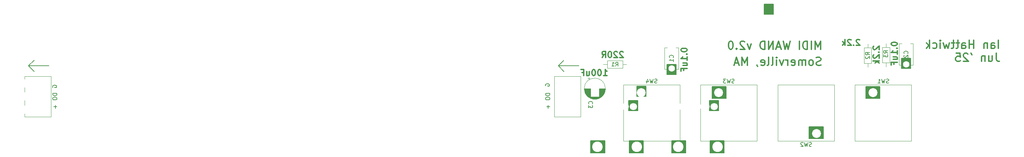
<source format=gbo>
G04 #@! TF.GenerationSoftware,KiCad,Pcbnew,8.0.7*
G04 #@! TF.CreationDate,2025-07-02T14:54:47-04:00*
G04 #@! TF.ProjectId,Sum25_Wand_v2,53756d32-355f-4576-916e-645f76322e6b,rev?*
G04 #@! TF.SameCoordinates,Original*
G04 #@! TF.FileFunction,Legend,Bot*
G04 #@! TF.FilePolarity,Positive*
%FSLAX46Y46*%
G04 Gerber Fmt 4.6, Leading zero omitted, Abs format (unit mm)*
G04 Created by KiCad (PCBNEW 8.0.7) date 2025-07-02 14:54:47*
%MOMM*%
%LPD*%
G01*
G04 APERTURE LIST*
%ADD10C,0.200000*%
%ADD11C,0.300000*%
%ADD12C,0.150000*%
%ADD13C,0.120000*%
%ADD14C,1.400000*%
%ADD15O,1.400000X1.400000*%
%ADD16C,1.800000*%
%ADD17C,2.600000*%
%ADD18C,3.200000*%
%ADD19R,1.700000X1.700000*%
%ADD20O,1.700000X1.700000*%
%ADD21C,1.600000*%
%ADD22R,1.600000X1.600000*%
%ADD23R,6.000000X2.000000*%
%ADD24C,4.000000*%
%ADD25C,2.200000*%
G04 APERTURE END LIST*
D10*
X204853000Y-101000000D02*
X207147000Y-101000000D01*
X207147000Y-103540000D01*
X204853000Y-103540000D01*
X204853000Y-101000000D01*
G36*
X204853000Y-101000000D02*
G01*
X207147000Y-101000000D01*
X207147000Y-103540000D01*
X204853000Y-103540000D01*
X204853000Y-101000000D01*
G37*
X252353000Y-90500000D02*
X254647000Y-90500000D01*
X254647000Y-93040000D01*
X252353000Y-93040000D01*
X252353000Y-90500000D01*
G36*
X252353000Y-90500000D02*
G01*
X254647000Y-90500000D01*
X254647000Y-93040000D01*
X252353000Y-93040000D01*
X252353000Y-90500000D01*
G37*
X194353000Y-92000000D02*
X196647000Y-92000000D01*
X196647000Y-94540000D01*
X194353000Y-94540000D01*
X194353000Y-92000000D01*
G36*
X194353000Y-92000000D02*
G01*
X196647000Y-92000000D01*
X196647000Y-94540000D01*
X194353000Y-94540000D01*
X194353000Y-92000000D01*
G37*
X175500000Y-111000000D02*
X179000000Y-111000000D01*
X179000000Y-114000000D01*
X175500000Y-114000000D01*
X175500000Y-111000000D01*
G36*
X175500000Y-111000000D02*
G01*
X179000000Y-111000000D01*
X179000000Y-114000000D01*
X175500000Y-114000000D01*
X175500000Y-111000000D01*
G37*
X185000000Y-111000000D02*
X188500000Y-111000000D01*
X188500000Y-114000000D01*
X185000000Y-114000000D01*
X185000000Y-111000000D01*
G36*
X185000000Y-111000000D02*
G01*
X188500000Y-111000000D01*
X188500000Y-114000000D01*
X185000000Y-114000000D01*
X185000000Y-111000000D01*
G37*
X195500000Y-111000000D02*
X199000000Y-111000000D01*
X199000000Y-114000000D01*
X195500000Y-114000000D01*
X195500000Y-111000000D01*
G36*
X195500000Y-111000000D02*
G01*
X199000000Y-111000000D01*
X199000000Y-114000000D01*
X195500000Y-114000000D01*
X195500000Y-111000000D01*
G37*
X205000000Y-111000000D02*
X208500000Y-111000000D01*
X208500000Y-114000000D01*
X205000000Y-114000000D01*
X205000000Y-111000000D01*
G36*
X205000000Y-111000000D02*
G01*
X208500000Y-111000000D01*
X208500000Y-114000000D01*
X205000000Y-114000000D01*
X205000000Y-111000000D01*
G37*
X243500000Y-97500000D02*
X247000000Y-97500000D01*
X247000000Y-100500000D01*
X243500000Y-100500000D01*
X243500000Y-97500000D01*
G36*
X243500000Y-97500000D02*
G01*
X247000000Y-97500000D01*
X247000000Y-100500000D01*
X243500000Y-100500000D01*
X243500000Y-97500000D01*
G37*
X229500000Y-107500000D02*
X233000000Y-107500000D01*
X233000000Y-110500000D01*
X229500000Y-110500000D01*
X229500000Y-107500000D01*
G36*
X229500000Y-107500000D02*
G01*
X233000000Y-107500000D01*
X233000000Y-110500000D01*
X229500000Y-110500000D01*
X229500000Y-107500000D01*
G37*
X205500000Y-97500000D02*
X209000000Y-97500000D01*
X209000000Y-100500000D01*
X205500000Y-100500000D01*
X205500000Y-97500000D01*
G36*
X205500000Y-97500000D02*
G01*
X209000000Y-97500000D01*
X209000000Y-100500000D01*
X205500000Y-100500000D01*
X205500000Y-97500000D01*
G37*
D11*
X178659774Y-94800828D02*
X179516917Y-94800828D01*
X179088346Y-94800828D02*
X179088346Y-93300828D01*
X179088346Y-93300828D02*
X179231203Y-93515114D01*
X179231203Y-93515114D02*
X179374060Y-93657971D01*
X179374060Y-93657971D02*
X179516917Y-93729400D01*
X177731203Y-93300828D02*
X177588346Y-93300828D01*
X177588346Y-93300828D02*
X177445489Y-93372257D01*
X177445489Y-93372257D02*
X177374061Y-93443685D01*
X177374061Y-93443685D02*
X177302632Y-93586542D01*
X177302632Y-93586542D02*
X177231203Y-93872257D01*
X177231203Y-93872257D02*
X177231203Y-94229400D01*
X177231203Y-94229400D02*
X177302632Y-94515114D01*
X177302632Y-94515114D02*
X177374061Y-94657971D01*
X177374061Y-94657971D02*
X177445489Y-94729400D01*
X177445489Y-94729400D02*
X177588346Y-94800828D01*
X177588346Y-94800828D02*
X177731203Y-94800828D01*
X177731203Y-94800828D02*
X177874061Y-94729400D01*
X177874061Y-94729400D02*
X177945489Y-94657971D01*
X177945489Y-94657971D02*
X178016918Y-94515114D01*
X178016918Y-94515114D02*
X178088346Y-94229400D01*
X178088346Y-94229400D02*
X178088346Y-93872257D01*
X178088346Y-93872257D02*
X178016918Y-93586542D01*
X178016918Y-93586542D02*
X177945489Y-93443685D01*
X177945489Y-93443685D02*
X177874061Y-93372257D01*
X177874061Y-93372257D02*
X177731203Y-93300828D01*
X176302632Y-93300828D02*
X176159775Y-93300828D01*
X176159775Y-93300828D02*
X176016918Y-93372257D01*
X176016918Y-93372257D02*
X175945490Y-93443685D01*
X175945490Y-93443685D02*
X175874061Y-93586542D01*
X175874061Y-93586542D02*
X175802632Y-93872257D01*
X175802632Y-93872257D02*
X175802632Y-94229400D01*
X175802632Y-94229400D02*
X175874061Y-94515114D01*
X175874061Y-94515114D02*
X175945490Y-94657971D01*
X175945490Y-94657971D02*
X176016918Y-94729400D01*
X176016918Y-94729400D02*
X176159775Y-94800828D01*
X176159775Y-94800828D02*
X176302632Y-94800828D01*
X176302632Y-94800828D02*
X176445490Y-94729400D01*
X176445490Y-94729400D02*
X176516918Y-94657971D01*
X176516918Y-94657971D02*
X176588347Y-94515114D01*
X176588347Y-94515114D02*
X176659775Y-94229400D01*
X176659775Y-94229400D02*
X176659775Y-93872257D01*
X176659775Y-93872257D02*
X176588347Y-93586542D01*
X176588347Y-93586542D02*
X176516918Y-93443685D01*
X176516918Y-93443685D02*
X176445490Y-93372257D01*
X176445490Y-93372257D02*
X176302632Y-93300828D01*
X174516919Y-93800828D02*
X174516919Y-94800828D01*
X175159776Y-93800828D02*
X175159776Y-94586542D01*
X175159776Y-94586542D02*
X175088347Y-94729400D01*
X175088347Y-94729400D02*
X174945490Y-94800828D01*
X174945490Y-94800828D02*
X174731204Y-94800828D01*
X174731204Y-94800828D02*
X174588347Y-94729400D01*
X174588347Y-94729400D02*
X174516919Y-94657971D01*
X173302633Y-94015114D02*
X173802633Y-94015114D01*
X173802633Y-94800828D02*
X173802633Y-93300828D01*
X173802633Y-93300828D02*
X173088347Y-93300828D01*
X242016917Y-85943685D02*
X241945489Y-85872257D01*
X241945489Y-85872257D02*
X241802632Y-85800828D01*
X241802632Y-85800828D02*
X241445489Y-85800828D01*
X241445489Y-85800828D02*
X241302632Y-85872257D01*
X241302632Y-85872257D02*
X241231203Y-85943685D01*
X241231203Y-85943685D02*
X241159774Y-86086542D01*
X241159774Y-86086542D02*
X241159774Y-86229400D01*
X241159774Y-86229400D02*
X241231203Y-86443685D01*
X241231203Y-86443685D02*
X242088346Y-87300828D01*
X242088346Y-87300828D02*
X241159774Y-87300828D01*
X240516918Y-87157971D02*
X240445489Y-87229400D01*
X240445489Y-87229400D02*
X240516918Y-87300828D01*
X240516918Y-87300828D02*
X240588346Y-87229400D01*
X240588346Y-87229400D02*
X240516918Y-87157971D01*
X240516918Y-87157971D02*
X240516918Y-87300828D01*
X239874060Y-85943685D02*
X239802632Y-85872257D01*
X239802632Y-85872257D02*
X239659775Y-85800828D01*
X239659775Y-85800828D02*
X239302632Y-85800828D01*
X239302632Y-85800828D02*
X239159775Y-85872257D01*
X239159775Y-85872257D02*
X239088346Y-85943685D01*
X239088346Y-85943685D02*
X239016917Y-86086542D01*
X239016917Y-86086542D02*
X239016917Y-86229400D01*
X239016917Y-86229400D02*
X239088346Y-86443685D01*
X239088346Y-86443685D02*
X239945489Y-87300828D01*
X239945489Y-87300828D02*
X239016917Y-87300828D01*
X238374061Y-87300828D02*
X238374061Y-85800828D01*
X238231204Y-86729400D02*
X237802632Y-87300828D01*
X237802632Y-86300828D02*
X238374061Y-86872257D01*
X245443685Y-87483082D02*
X245372257Y-87554510D01*
X245372257Y-87554510D02*
X245300828Y-87697368D01*
X245300828Y-87697368D02*
X245300828Y-88054510D01*
X245300828Y-88054510D02*
X245372257Y-88197368D01*
X245372257Y-88197368D02*
X245443685Y-88268796D01*
X245443685Y-88268796D02*
X245586542Y-88340225D01*
X245586542Y-88340225D02*
X245729400Y-88340225D01*
X245729400Y-88340225D02*
X245943685Y-88268796D01*
X245943685Y-88268796D02*
X246800828Y-87411653D01*
X246800828Y-87411653D02*
X246800828Y-88340225D01*
X246657971Y-88983081D02*
X246729400Y-89054510D01*
X246729400Y-89054510D02*
X246800828Y-88983081D01*
X246800828Y-88983081D02*
X246729400Y-88911653D01*
X246729400Y-88911653D02*
X246657971Y-88983081D01*
X246657971Y-88983081D02*
X246800828Y-88983081D01*
X245443685Y-89625939D02*
X245372257Y-89697367D01*
X245372257Y-89697367D02*
X245300828Y-89840225D01*
X245300828Y-89840225D02*
X245300828Y-90197367D01*
X245300828Y-90197367D02*
X245372257Y-90340225D01*
X245372257Y-90340225D02*
X245443685Y-90411653D01*
X245443685Y-90411653D02*
X245586542Y-90483082D01*
X245586542Y-90483082D02*
X245729400Y-90483082D01*
X245729400Y-90483082D02*
X245943685Y-90411653D01*
X245943685Y-90411653D02*
X246800828Y-89554510D01*
X246800828Y-89554510D02*
X246800828Y-90483082D01*
X246800828Y-91125938D02*
X245300828Y-91125938D01*
X246229400Y-91268796D02*
X246800828Y-91697367D01*
X245800828Y-91697367D02*
X246372257Y-91125938D01*
X249800828Y-86840225D02*
X249800828Y-86983082D01*
X249800828Y-86983082D02*
X249872257Y-87125939D01*
X249872257Y-87125939D02*
X249943685Y-87197368D01*
X249943685Y-87197368D02*
X250086542Y-87268796D01*
X250086542Y-87268796D02*
X250372257Y-87340225D01*
X250372257Y-87340225D02*
X250729400Y-87340225D01*
X250729400Y-87340225D02*
X251015114Y-87268796D01*
X251015114Y-87268796D02*
X251157971Y-87197368D01*
X251157971Y-87197368D02*
X251229400Y-87125939D01*
X251229400Y-87125939D02*
X251300828Y-86983082D01*
X251300828Y-86983082D02*
X251300828Y-86840225D01*
X251300828Y-86840225D02*
X251229400Y-86697368D01*
X251229400Y-86697368D02*
X251157971Y-86625939D01*
X251157971Y-86625939D02*
X251015114Y-86554510D01*
X251015114Y-86554510D02*
X250729400Y-86483082D01*
X250729400Y-86483082D02*
X250372257Y-86483082D01*
X250372257Y-86483082D02*
X250086542Y-86554510D01*
X250086542Y-86554510D02*
X249943685Y-86625939D01*
X249943685Y-86625939D02*
X249872257Y-86697368D01*
X249872257Y-86697368D02*
X249800828Y-86840225D01*
X251157971Y-87983081D02*
X251229400Y-88054510D01*
X251229400Y-88054510D02*
X251300828Y-87983081D01*
X251300828Y-87983081D02*
X251229400Y-87911653D01*
X251229400Y-87911653D02*
X251157971Y-87983081D01*
X251157971Y-87983081D02*
X251300828Y-87983081D01*
X251300828Y-89483082D02*
X251300828Y-88625939D01*
X251300828Y-89054510D02*
X249800828Y-89054510D01*
X249800828Y-89054510D02*
X250015114Y-88911653D01*
X250015114Y-88911653D02*
X250157971Y-88768796D01*
X250157971Y-88768796D02*
X250229400Y-88625939D01*
X250300828Y-90768796D02*
X251300828Y-90768796D01*
X250300828Y-90125938D02*
X251086542Y-90125938D01*
X251086542Y-90125938D02*
X251229400Y-90197367D01*
X251229400Y-90197367D02*
X251300828Y-90340224D01*
X251300828Y-90340224D02*
X251300828Y-90554510D01*
X251300828Y-90554510D02*
X251229400Y-90697367D01*
X251229400Y-90697367D02*
X251157971Y-90768796D01*
X250515114Y-91983081D02*
X250515114Y-91483081D01*
X251300828Y-91483081D02*
X249800828Y-91483081D01*
X249800828Y-91483081D02*
X249800828Y-92197367D01*
X197800828Y-88340225D02*
X197800828Y-88483082D01*
X197800828Y-88483082D02*
X197872257Y-88625939D01*
X197872257Y-88625939D02*
X197943685Y-88697368D01*
X197943685Y-88697368D02*
X198086542Y-88768796D01*
X198086542Y-88768796D02*
X198372257Y-88840225D01*
X198372257Y-88840225D02*
X198729400Y-88840225D01*
X198729400Y-88840225D02*
X199015114Y-88768796D01*
X199015114Y-88768796D02*
X199157971Y-88697368D01*
X199157971Y-88697368D02*
X199229400Y-88625939D01*
X199229400Y-88625939D02*
X199300828Y-88483082D01*
X199300828Y-88483082D02*
X199300828Y-88340225D01*
X199300828Y-88340225D02*
X199229400Y-88197368D01*
X199229400Y-88197368D02*
X199157971Y-88125939D01*
X199157971Y-88125939D02*
X199015114Y-88054510D01*
X199015114Y-88054510D02*
X198729400Y-87983082D01*
X198729400Y-87983082D02*
X198372257Y-87983082D01*
X198372257Y-87983082D02*
X198086542Y-88054510D01*
X198086542Y-88054510D02*
X197943685Y-88125939D01*
X197943685Y-88125939D02*
X197872257Y-88197368D01*
X197872257Y-88197368D02*
X197800828Y-88340225D01*
X199157971Y-89483081D02*
X199229400Y-89554510D01*
X199229400Y-89554510D02*
X199300828Y-89483081D01*
X199300828Y-89483081D02*
X199229400Y-89411653D01*
X199229400Y-89411653D02*
X199157971Y-89483081D01*
X199157971Y-89483081D02*
X199300828Y-89483081D01*
X199300828Y-90983082D02*
X199300828Y-90125939D01*
X199300828Y-90554510D02*
X197800828Y-90554510D01*
X197800828Y-90554510D02*
X198015114Y-90411653D01*
X198015114Y-90411653D02*
X198157971Y-90268796D01*
X198157971Y-90268796D02*
X198229400Y-90125939D01*
X198300828Y-92268796D02*
X199300828Y-92268796D01*
X198300828Y-91625938D02*
X199086542Y-91625938D01*
X199086542Y-91625938D02*
X199229400Y-91697367D01*
X199229400Y-91697367D02*
X199300828Y-91840224D01*
X199300828Y-91840224D02*
X199300828Y-92054510D01*
X199300828Y-92054510D02*
X199229400Y-92197367D01*
X199229400Y-92197367D02*
X199157971Y-92268796D01*
X198515114Y-93483081D02*
X198515114Y-92983081D01*
X199300828Y-92983081D02*
X197800828Y-92983081D01*
X197800828Y-92983081D02*
X197800828Y-93697367D01*
X183516917Y-88943685D02*
X183445489Y-88872257D01*
X183445489Y-88872257D02*
X183302632Y-88800828D01*
X183302632Y-88800828D02*
X182945489Y-88800828D01*
X182945489Y-88800828D02*
X182802632Y-88872257D01*
X182802632Y-88872257D02*
X182731203Y-88943685D01*
X182731203Y-88943685D02*
X182659774Y-89086542D01*
X182659774Y-89086542D02*
X182659774Y-89229400D01*
X182659774Y-89229400D02*
X182731203Y-89443685D01*
X182731203Y-89443685D02*
X183588346Y-90300828D01*
X183588346Y-90300828D02*
X182659774Y-90300828D01*
X182088346Y-88943685D02*
X182016918Y-88872257D01*
X182016918Y-88872257D02*
X181874061Y-88800828D01*
X181874061Y-88800828D02*
X181516918Y-88800828D01*
X181516918Y-88800828D02*
X181374061Y-88872257D01*
X181374061Y-88872257D02*
X181302632Y-88943685D01*
X181302632Y-88943685D02*
X181231203Y-89086542D01*
X181231203Y-89086542D02*
X181231203Y-89229400D01*
X181231203Y-89229400D02*
X181302632Y-89443685D01*
X181302632Y-89443685D02*
X182159775Y-90300828D01*
X182159775Y-90300828D02*
X181231203Y-90300828D01*
X180302632Y-88800828D02*
X180159775Y-88800828D01*
X180159775Y-88800828D02*
X180016918Y-88872257D01*
X180016918Y-88872257D02*
X179945490Y-88943685D01*
X179945490Y-88943685D02*
X179874061Y-89086542D01*
X179874061Y-89086542D02*
X179802632Y-89372257D01*
X179802632Y-89372257D02*
X179802632Y-89729400D01*
X179802632Y-89729400D02*
X179874061Y-90015114D01*
X179874061Y-90015114D02*
X179945490Y-90157971D01*
X179945490Y-90157971D02*
X180016918Y-90229400D01*
X180016918Y-90229400D02*
X180159775Y-90300828D01*
X180159775Y-90300828D02*
X180302632Y-90300828D01*
X180302632Y-90300828D02*
X180445490Y-90229400D01*
X180445490Y-90229400D02*
X180516918Y-90157971D01*
X180516918Y-90157971D02*
X180588347Y-90015114D01*
X180588347Y-90015114D02*
X180659775Y-89729400D01*
X180659775Y-89729400D02*
X180659775Y-89372257D01*
X180659775Y-89372257D02*
X180588347Y-89086542D01*
X180588347Y-89086542D02*
X180516918Y-88943685D01*
X180516918Y-88943685D02*
X180445490Y-88872257D01*
X180445490Y-88872257D02*
X180302632Y-88800828D01*
X178302633Y-90300828D02*
X178802633Y-89586542D01*
X179159776Y-90300828D02*
X179159776Y-88800828D01*
X179159776Y-88800828D02*
X178588347Y-88800828D01*
X178588347Y-88800828D02*
X178445490Y-88872257D01*
X178445490Y-88872257D02*
X178374061Y-88943685D01*
X178374061Y-88943685D02*
X178302633Y-89086542D01*
X178302633Y-89086542D02*
X178302633Y-89300828D01*
X178302633Y-89300828D02*
X178374061Y-89443685D01*
X178374061Y-89443685D02*
X178445490Y-89515114D01*
X178445490Y-89515114D02*
X178588347Y-89586542D01*
X178588347Y-89586542D02*
X179159776Y-89586542D01*
D10*
X184853000Y-101000000D02*
X187147000Y-101000000D01*
X187147000Y-103540000D01*
X184853000Y-103540000D01*
X184853000Y-101000000D01*
G36*
X184853000Y-101000000D02*
G01*
X187147000Y-101000000D01*
X187147000Y-103540000D01*
X184853000Y-103540000D01*
X184853000Y-101000000D01*
G37*
X218353000Y-77000000D02*
X220647000Y-77000000D01*
X220647000Y-79540000D01*
X218353000Y-79540000D01*
X218353000Y-77000000D01*
G36*
X218353000Y-77000000D02*
G01*
X220647000Y-77000000D01*
X220647000Y-79540000D01*
X218353000Y-79540000D01*
X218353000Y-77000000D01*
G37*
X186853000Y-97460000D02*
X189147000Y-97460000D01*
X189147000Y-100000000D01*
X186853000Y-100000000D01*
X186853000Y-97460000D01*
G36*
X186853000Y-97460000D02*
G01*
X189147000Y-97460000D01*
X189147000Y-100000000D01*
X186853000Y-100000000D01*
X186853000Y-97460000D01*
G37*
D11*
X276326441Y-88019750D02*
X276326441Y-86019750D01*
X274516917Y-88019750D02*
X274516917Y-86972131D01*
X274516917Y-86972131D02*
X274612155Y-86781654D01*
X274612155Y-86781654D02*
X274802631Y-86686416D01*
X274802631Y-86686416D02*
X275183584Y-86686416D01*
X275183584Y-86686416D02*
X275374060Y-86781654D01*
X274516917Y-87924512D02*
X274707393Y-88019750D01*
X274707393Y-88019750D02*
X275183584Y-88019750D01*
X275183584Y-88019750D02*
X275374060Y-87924512D01*
X275374060Y-87924512D02*
X275469298Y-87734035D01*
X275469298Y-87734035D02*
X275469298Y-87543559D01*
X275469298Y-87543559D02*
X275374060Y-87353083D01*
X275374060Y-87353083D02*
X275183584Y-87257845D01*
X275183584Y-87257845D02*
X274707393Y-87257845D01*
X274707393Y-87257845D02*
X274516917Y-87162607D01*
X273564536Y-86686416D02*
X273564536Y-88019750D01*
X273564536Y-86876892D02*
X273469298Y-86781654D01*
X273469298Y-86781654D02*
X273278822Y-86686416D01*
X273278822Y-86686416D02*
X272993107Y-86686416D01*
X272993107Y-86686416D02*
X272802631Y-86781654D01*
X272802631Y-86781654D02*
X272707393Y-86972131D01*
X272707393Y-86972131D02*
X272707393Y-88019750D01*
X270231202Y-88019750D02*
X270231202Y-86019750D01*
X270231202Y-86972131D02*
X269088345Y-86972131D01*
X269088345Y-88019750D02*
X269088345Y-86019750D01*
X267278821Y-88019750D02*
X267278821Y-86972131D01*
X267278821Y-86972131D02*
X267374059Y-86781654D01*
X267374059Y-86781654D02*
X267564535Y-86686416D01*
X267564535Y-86686416D02*
X267945488Y-86686416D01*
X267945488Y-86686416D02*
X268135964Y-86781654D01*
X267278821Y-87924512D02*
X267469297Y-88019750D01*
X267469297Y-88019750D02*
X267945488Y-88019750D01*
X267945488Y-88019750D02*
X268135964Y-87924512D01*
X268135964Y-87924512D02*
X268231202Y-87734035D01*
X268231202Y-87734035D02*
X268231202Y-87543559D01*
X268231202Y-87543559D02*
X268135964Y-87353083D01*
X268135964Y-87353083D02*
X267945488Y-87257845D01*
X267945488Y-87257845D02*
X267469297Y-87257845D01*
X267469297Y-87257845D02*
X267278821Y-87162607D01*
X266612154Y-86686416D02*
X265850250Y-86686416D01*
X266326440Y-86019750D02*
X266326440Y-87734035D01*
X266326440Y-87734035D02*
X266231202Y-87924512D01*
X266231202Y-87924512D02*
X266040726Y-88019750D01*
X266040726Y-88019750D02*
X265850250Y-88019750D01*
X265469297Y-86686416D02*
X264707393Y-86686416D01*
X265183583Y-86019750D02*
X265183583Y-87734035D01*
X265183583Y-87734035D02*
X265088345Y-87924512D01*
X265088345Y-87924512D02*
X264897869Y-88019750D01*
X264897869Y-88019750D02*
X264707393Y-88019750D01*
X264231202Y-86686416D02*
X263850250Y-88019750D01*
X263850250Y-88019750D02*
X263469297Y-87067369D01*
X263469297Y-87067369D02*
X263088345Y-88019750D01*
X263088345Y-88019750D02*
X262707393Y-86686416D01*
X261945488Y-88019750D02*
X261945488Y-86686416D01*
X261945488Y-86019750D02*
X262040726Y-86114988D01*
X262040726Y-86114988D02*
X261945488Y-86210226D01*
X261945488Y-86210226D02*
X261850250Y-86114988D01*
X261850250Y-86114988D02*
X261945488Y-86019750D01*
X261945488Y-86019750D02*
X261945488Y-86210226D01*
X260135964Y-87924512D02*
X260326440Y-88019750D01*
X260326440Y-88019750D02*
X260707393Y-88019750D01*
X260707393Y-88019750D02*
X260897869Y-87924512D01*
X260897869Y-87924512D02*
X260993107Y-87829273D01*
X260993107Y-87829273D02*
X261088345Y-87638797D01*
X261088345Y-87638797D02*
X261088345Y-87067369D01*
X261088345Y-87067369D02*
X260993107Y-86876892D01*
X260993107Y-86876892D02*
X260897869Y-86781654D01*
X260897869Y-86781654D02*
X260707393Y-86686416D01*
X260707393Y-86686416D02*
X260326440Y-86686416D01*
X260326440Y-86686416D02*
X260135964Y-86781654D01*
X259278821Y-88019750D02*
X259278821Y-86019750D01*
X259088345Y-87257845D02*
X258516916Y-88019750D01*
X258516916Y-86686416D02*
X259278821Y-87448321D01*
X275755012Y-89239638D02*
X275755012Y-90668209D01*
X275755012Y-90668209D02*
X275850251Y-90953923D01*
X275850251Y-90953923D02*
X276040727Y-91144400D01*
X276040727Y-91144400D02*
X276326441Y-91239638D01*
X276326441Y-91239638D02*
X276516917Y-91239638D01*
X273945488Y-89906304D02*
X273945488Y-91239638D01*
X274802631Y-89906304D02*
X274802631Y-90953923D01*
X274802631Y-90953923D02*
X274707393Y-91144400D01*
X274707393Y-91144400D02*
X274516917Y-91239638D01*
X274516917Y-91239638D02*
X274231202Y-91239638D01*
X274231202Y-91239638D02*
X274040726Y-91144400D01*
X274040726Y-91144400D02*
X273945488Y-91049161D01*
X272993107Y-89906304D02*
X272993107Y-91239638D01*
X272993107Y-90096780D02*
X272897869Y-90001542D01*
X272897869Y-90001542D02*
X272707393Y-89906304D01*
X272707393Y-89906304D02*
X272421678Y-89906304D01*
X272421678Y-89906304D02*
X272231202Y-90001542D01*
X272231202Y-90001542D02*
X272135964Y-90192019D01*
X272135964Y-90192019D02*
X272135964Y-91239638D01*
X269564535Y-89239638D02*
X269755011Y-89620590D01*
X268802630Y-89430114D02*
X268707392Y-89334876D01*
X268707392Y-89334876D02*
X268516916Y-89239638D01*
X268516916Y-89239638D02*
X268040725Y-89239638D01*
X268040725Y-89239638D02*
X267850249Y-89334876D01*
X267850249Y-89334876D02*
X267755011Y-89430114D01*
X267755011Y-89430114D02*
X267659773Y-89620590D01*
X267659773Y-89620590D02*
X267659773Y-89811066D01*
X267659773Y-89811066D02*
X267755011Y-90096780D01*
X267755011Y-90096780D02*
X268897868Y-91239638D01*
X268897868Y-91239638D02*
X267659773Y-91239638D01*
X265850249Y-89239638D02*
X266802630Y-89239638D01*
X266802630Y-89239638D02*
X266897868Y-90192019D01*
X266897868Y-90192019D02*
X266802630Y-90096780D01*
X266802630Y-90096780D02*
X266612154Y-90001542D01*
X266612154Y-90001542D02*
X266135963Y-90001542D01*
X266135963Y-90001542D02*
X265945487Y-90096780D01*
X265945487Y-90096780D02*
X265850249Y-90192019D01*
X265850249Y-90192019D02*
X265755011Y-90382495D01*
X265755011Y-90382495D02*
X265755011Y-90858685D01*
X265755011Y-90858685D02*
X265850249Y-91049161D01*
X265850249Y-91049161D02*
X265945487Y-91144400D01*
X265945487Y-91144400D02*
X266135963Y-91239638D01*
X266135963Y-91239638D02*
X266612154Y-91239638D01*
X266612154Y-91239638D02*
X266802630Y-91144400D01*
X266802630Y-91144400D02*
X266897868Y-91049161D01*
X232421679Y-92144400D02*
X232135965Y-92239638D01*
X232135965Y-92239638D02*
X231659774Y-92239638D01*
X231659774Y-92239638D02*
X231469298Y-92144400D01*
X231469298Y-92144400D02*
X231374060Y-92049161D01*
X231374060Y-92049161D02*
X231278822Y-91858685D01*
X231278822Y-91858685D02*
X231278822Y-91668209D01*
X231278822Y-91668209D02*
X231374060Y-91477733D01*
X231374060Y-91477733D02*
X231469298Y-91382495D01*
X231469298Y-91382495D02*
X231659774Y-91287257D01*
X231659774Y-91287257D02*
X232040727Y-91192019D01*
X232040727Y-91192019D02*
X232231203Y-91096780D01*
X232231203Y-91096780D02*
X232326441Y-91001542D01*
X232326441Y-91001542D02*
X232421679Y-90811066D01*
X232421679Y-90811066D02*
X232421679Y-90620590D01*
X232421679Y-90620590D02*
X232326441Y-90430114D01*
X232326441Y-90430114D02*
X232231203Y-90334876D01*
X232231203Y-90334876D02*
X232040727Y-90239638D01*
X232040727Y-90239638D02*
X231564536Y-90239638D01*
X231564536Y-90239638D02*
X231278822Y-90334876D01*
X230135965Y-92239638D02*
X230326441Y-92144400D01*
X230326441Y-92144400D02*
X230421679Y-92049161D01*
X230421679Y-92049161D02*
X230516917Y-91858685D01*
X230516917Y-91858685D02*
X230516917Y-91287257D01*
X230516917Y-91287257D02*
X230421679Y-91096780D01*
X230421679Y-91096780D02*
X230326441Y-91001542D01*
X230326441Y-91001542D02*
X230135965Y-90906304D01*
X230135965Y-90906304D02*
X229850250Y-90906304D01*
X229850250Y-90906304D02*
X229659774Y-91001542D01*
X229659774Y-91001542D02*
X229564536Y-91096780D01*
X229564536Y-91096780D02*
X229469298Y-91287257D01*
X229469298Y-91287257D02*
X229469298Y-91858685D01*
X229469298Y-91858685D02*
X229564536Y-92049161D01*
X229564536Y-92049161D02*
X229659774Y-92144400D01*
X229659774Y-92144400D02*
X229850250Y-92239638D01*
X229850250Y-92239638D02*
X230135965Y-92239638D01*
X228612155Y-92239638D02*
X228612155Y-90906304D01*
X228612155Y-91096780D02*
X228516917Y-91001542D01*
X228516917Y-91001542D02*
X228326441Y-90906304D01*
X228326441Y-90906304D02*
X228040726Y-90906304D01*
X228040726Y-90906304D02*
X227850250Y-91001542D01*
X227850250Y-91001542D02*
X227755012Y-91192019D01*
X227755012Y-91192019D02*
X227755012Y-92239638D01*
X227755012Y-91192019D02*
X227659774Y-91001542D01*
X227659774Y-91001542D02*
X227469298Y-90906304D01*
X227469298Y-90906304D02*
X227183584Y-90906304D01*
X227183584Y-90906304D02*
X226993107Y-91001542D01*
X226993107Y-91001542D02*
X226897869Y-91192019D01*
X226897869Y-91192019D02*
X226897869Y-92239638D01*
X225183583Y-92144400D02*
X225374059Y-92239638D01*
X225374059Y-92239638D02*
X225755012Y-92239638D01*
X225755012Y-92239638D02*
X225945488Y-92144400D01*
X225945488Y-92144400D02*
X226040726Y-91953923D01*
X226040726Y-91953923D02*
X226040726Y-91192019D01*
X226040726Y-91192019D02*
X225945488Y-91001542D01*
X225945488Y-91001542D02*
X225755012Y-90906304D01*
X225755012Y-90906304D02*
X225374059Y-90906304D01*
X225374059Y-90906304D02*
X225183583Y-91001542D01*
X225183583Y-91001542D02*
X225088345Y-91192019D01*
X225088345Y-91192019D02*
X225088345Y-91382495D01*
X225088345Y-91382495D02*
X226040726Y-91572971D01*
X224231202Y-92239638D02*
X224231202Y-90906304D01*
X224231202Y-91287257D02*
X224135964Y-91096780D01*
X224135964Y-91096780D02*
X224040726Y-91001542D01*
X224040726Y-91001542D02*
X223850250Y-90906304D01*
X223850250Y-90906304D02*
X223659773Y-90906304D01*
X223183583Y-90906304D02*
X222707393Y-92239638D01*
X222707393Y-92239638D02*
X222231202Y-90906304D01*
X221469297Y-92239638D02*
X221469297Y-90906304D01*
X221469297Y-90239638D02*
X221564535Y-90334876D01*
X221564535Y-90334876D02*
X221469297Y-90430114D01*
X221469297Y-90430114D02*
X221374059Y-90334876D01*
X221374059Y-90334876D02*
X221469297Y-90239638D01*
X221469297Y-90239638D02*
X221469297Y-90430114D01*
X220231202Y-92239638D02*
X220421678Y-92144400D01*
X220421678Y-92144400D02*
X220516916Y-91953923D01*
X220516916Y-91953923D02*
X220516916Y-90239638D01*
X219183583Y-92239638D02*
X219374059Y-92144400D01*
X219374059Y-92144400D02*
X219469297Y-91953923D01*
X219469297Y-91953923D02*
X219469297Y-90239638D01*
X217659773Y-92144400D02*
X217850249Y-92239638D01*
X217850249Y-92239638D02*
X218231202Y-92239638D01*
X218231202Y-92239638D02*
X218421678Y-92144400D01*
X218421678Y-92144400D02*
X218516916Y-91953923D01*
X218516916Y-91953923D02*
X218516916Y-91192019D01*
X218516916Y-91192019D02*
X218421678Y-91001542D01*
X218421678Y-91001542D02*
X218231202Y-90906304D01*
X218231202Y-90906304D02*
X217850249Y-90906304D01*
X217850249Y-90906304D02*
X217659773Y-91001542D01*
X217659773Y-91001542D02*
X217564535Y-91192019D01*
X217564535Y-91192019D02*
X217564535Y-91382495D01*
X217564535Y-91382495D02*
X218516916Y-91572971D01*
X216612154Y-92144400D02*
X216612154Y-92239638D01*
X216612154Y-92239638D02*
X216707392Y-92430114D01*
X216707392Y-92430114D02*
X216802630Y-92525352D01*
X214231201Y-92239638D02*
X214231201Y-90239638D01*
X214231201Y-90239638D02*
X213564534Y-91668209D01*
X213564534Y-91668209D02*
X212897868Y-90239638D01*
X212897868Y-90239638D02*
X212897868Y-92239638D01*
X212040725Y-91668209D02*
X211088344Y-91668209D01*
X212231201Y-92239638D02*
X211564535Y-90239638D01*
X211564535Y-90239638D02*
X210897868Y-92239638D01*
X232326441Y-88239638D02*
X232326441Y-86239638D01*
X232326441Y-86239638D02*
X231659774Y-87668209D01*
X231659774Y-87668209D02*
X230993108Y-86239638D01*
X230993108Y-86239638D02*
X230993108Y-88239638D01*
X230040727Y-88239638D02*
X230040727Y-86239638D01*
X229088346Y-88239638D02*
X229088346Y-86239638D01*
X229088346Y-86239638D02*
X228612156Y-86239638D01*
X228612156Y-86239638D02*
X228326441Y-86334876D01*
X228326441Y-86334876D02*
X228135965Y-86525352D01*
X228135965Y-86525352D02*
X228040727Y-86715828D01*
X228040727Y-86715828D02*
X227945489Y-87096780D01*
X227945489Y-87096780D02*
X227945489Y-87382495D01*
X227945489Y-87382495D02*
X228040727Y-87763447D01*
X228040727Y-87763447D02*
X228135965Y-87953923D01*
X228135965Y-87953923D02*
X228326441Y-88144400D01*
X228326441Y-88144400D02*
X228612156Y-88239638D01*
X228612156Y-88239638D02*
X229088346Y-88239638D01*
X227088346Y-88239638D02*
X227088346Y-86239638D01*
X224802631Y-86239638D02*
X224326441Y-88239638D01*
X224326441Y-88239638D02*
X223945488Y-86811066D01*
X223945488Y-86811066D02*
X223564536Y-88239638D01*
X223564536Y-88239638D02*
X223088346Y-86239638D01*
X222421679Y-87668209D02*
X221469298Y-87668209D01*
X222612155Y-88239638D02*
X221945489Y-86239638D01*
X221945489Y-86239638D02*
X221278822Y-88239638D01*
X220612155Y-88239638D02*
X220612155Y-86239638D01*
X220612155Y-86239638D02*
X219469298Y-88239638D01*
X219469298Y-88239638D02*
X219469298Y-86239638D01*
X218516917Y-88239638D02*
X218516917Y-86239638D01*
X218516917Y-86239638D02*
X218040727Y-86239638D01*
X218040727Y-86239638D02*
X217755012Y-86334876D01*
X217755012Y-86334876D02*
X217564536Y-86525352D01*
X217564536Y-86525352D02*
X217469298Y-86715828D01*
X217469298Y-86715828D02*
X217374060Y-87096780D01*
X217374060Y-87096780D02*
X217374060Y-87382495D01*
X217374060Y-87382495D02*
X217469298Y-87763447D01*
X217469298Y-87763447D02*
X217564536Y-87953923D01*
X217564536Y-87953923D02*
X217755012Y-88144400D01*
X217755012Y-88144400D02*
X218040727Y-88239638D01*
X218040727Y-88239638D02*
X218516917Y-88239638D01*
X215183583Y-86906304D02*
X214707393Y-88239638D01*
X214707393Y-88239638D02*
X214231202Y-86906304D01*
X213564535Y-86430114D02*
X213469297Y-86334876D01*
X213469297Y-86334876D02*
X213278821Y-86239638D01*
X213278821Y-86239638D02*
X212802630Y-86239638D01*
X212802630Y-86239638D02*
X212612154Y-86334876D01*
X212612154Y-86334876D02*
X212516916Y-86430114D01*
X212516916Y-86430114D02*
X212421678Y-86620590D01*
X212421678Y-86620590D02*
X212421678Y-86811066D01*
X212421678Y-86811066D02*
X212516916Y-87096780D01*
X212516916Y-87096780D02*
X213659773Y-88239638D01*
X213659773Y-88239638D02*
X212421678Y-88239638D01*
X211564535Y-88049161D02*
X211469297Y-88144400D01*
X211469297Y-88144400D02*
X211564535Y-88239638D01*
X211564535Y-88239638D02*
X211659773Y-88144400D01*
X211659773Y-88144400D02*
X211564535Y-88049161D01*
X211564535Y-88049161D02*
X211564535Y-88239638D01*
X210231202Y-86239638D02*
X210040725Y-86239638D01*
X210040725Y-86239638D02*
X209850249Y-86334876D01*
X209850249Y-86334876D02*
X209755011Y-86430114D01*
X209755011Y-86430114D02*
X209659773Y-86620590D01*
X209659773Y-86620590D02*
X209564535Y-87001542D01*
X209564535Y-87001542D02*
X209564535Y-87477733D01*
X209564535Y-87477733D02*
X209659773Y-87858685D01*
X209659773Y-87858685D02*
X209755011Y-88049161D01*
X209755011Y-88049161D02*
X209850249Y-88144400D01*
X209850249Y-88144400D02*
X210040725Y-88239638D01*
X210040725Y-88239638D02*
X210231202Y-88239638D01*
X210231202Y-88239638D02*
X210421678Y-88144400D01*
X210421678Y-88144400D02*
X210516916Y-88049161D01*
X210516916Y-88049161D02*
X210612154Y-87858685D01*
X210612154Y-87858685D02*
X210707392Y-87477733D01*
X210707392Y-87477733D02*
X210707392Y-87001542D01*
X210707392Y-87001542D02*
X210612154Y-86620590D01*
X210612154Y-86620590D02*
X210516916Y-86430114D01*
X210516916Y-86430114D02*
X210421678Y-86334876D01*
X210421678Y-86334876D02*
X210231202Y-86239638D01*
D12*
X181666666Y-92454819D02*
X181999999Y-91978628D01*
X182238094Y-92454819D02*
X182238094Y-91454819D01*
X182238094Y-91454819D02*
X181857142Y-91454819D01*
X181857142Y-91454819D02*
X181761904Y-91502438D01*
X181761904Y-91502438D02*
X181714285Y-91550057D01*
X181714285Y-91550057D02*
X181666666Y-91645295D01*
X181666666Y-91645295D02*
X181666666Y-91788152D01*
X181666666Y-91788152D02*
X181714285Y-91883390D01*
X181714285Y-91883390D02*
X181761904Y-91931009D01*
X181761904Y-91931009D02*
X181857142Y-91978628D01*
X181857142Y-91978628D02*
X182238094Y-91978628D01*
X180714285Y-92454819D02*
X181285713Y-92454819D01*
X180999999Y-92454819D02*
X180999999Y-91454819D01*
X180999999Y-91454819D02*
X181095237Y-91597676D01*
X181095237Y-91597676D02*
X181190475Y-91692914D01*
X181190475Y-91692914D02*
X181285713Y-91740533D01*
X248954819Y-89213333D02*
X248478628Y-88880000D01*
X248954819Y-88641905D02*
X247954819Y-88641905D01*
X247954819Y-88641905D02*
X247954819Y-89022857D01*
X247954819Y-89022857D02*
X248002438Y-89118095D01*
X248002438Y-89118095D02*
X248050057Y-89165714D01*
X248050057Y-89165714D02*
X248145295Y-89213333D01*
X248145295Y-89213333D02*
X248288152Y-89213333D01*
X248288152Y-89213333D02*
X248383390Y-89165714D01*
X248383390Y-89165714D02*
X248431009Y-89118095D01*
X248431009Y-89118095D02*
X248478628Y-89022857D01*
X248478628Y-89022857D02*
X248478628Y-88641905D01*
X247954819Y-89546667D02*
X247954819Y-90165714D01*
X247954819Y-90165714D02*
X248335771Y-89832381D01*
X248335771Y-89832381D02*
X248335771Y-89975238D01*
X248335771Y-89975238D02*
X248383390Y-90070476D01*
X248383390Y-90070476D02*
X248431009Y-90118095D01*
X248431009Y-90118095D02*
X248526247Y-90165714D01*
X248526247Y-90165714D02*
X248764342Y-90165714D01*
X248764342Y-90165714D02*
X248859580Y-90118095D01*
X248859580Y-90118095D02*
X248907200Y-90070476D01*
X248907200Y-90070476D02*
X248954819Y-89975238D01*
X248954819Y-89975238D02*
X248954819Y-89689524D01*
X248954819Y-89689524D02*
X248907200Y-89594286D01*
X248907200Y-89594286D02*
X248859580Y-89546667D01*
X253859580Y-89333333D02*
X253907200Y-89285714D01*
X253907200Y-89285714D02*
X253954819Y-89142857D01*
X253954819Y-89142857D02*
X253954819Y-89047619D01*
X253954819Y-89047619D02*
X253907200Y-88904762D01*
X253907200Y-88904762D02*
X253811961Y-88809524D01*
X253811961Y-88809524D02*
X253716723Y-88761905D01*
X253716723Y-88761905D02*
X253526247Y-88714286D01*
X253526247Y-88714286D02*
X253383390Y-88714286D01*
X253383390Y-88714286D02*
X253192914Y-88761905D01*
X253192914Y-88761905D02*
X253097676Y-88809524D01*
X253097676Y-88809524D02*
X253002438Y-88904762D01*
X253002438Y-88904762D02*
X252954819Y-89047619D01*
X252954819Y-89047619D02*
X252954819Y-89142857D01*
X252954819Y-89142857D02*
X253002438Y-89285714D01*
X253002438Y-89285714D02*
X253050057Y-89333333D01*
X253050057Y-89714286D02*
X253002438Y-89761905D01*
X253002438Y-89761905D02*
X252954819Y-89857143D01*
X252954819Y-89857143D02*
X252954819Y-90095238D01*
X252954819Y-90095238D02*
X253002438Y-90190476D01*
X253002438Y-90190476D02*
X253050057Y-90238095D01*
X253050057Y-90238095D02*
X253145295Y-90285714D01*
X253145295Y-90285714D02*
X253240533Y-90285714D01*
X253240533Y-90285714D02*
X253383390Y-90238095D01*
X253383390Y-90238095D02*
X253954819Y-89666667D01*
X253954819Y-89666667D02*
X253954819Y-90285714D01*
X244454819Y-89643333D02*
X243978628Y-89310000D01*
X244454819Y-89071905D02*
X243454819Y-89071905D01*
X243454819Y-89071905D02*
X243454819Y-89452857D01*
X243454819Y-89452857D02*
X243502438Y-89548095D01*
X243502438Y-89548095D02*
X243550057Y-89595714D01*
X243550057Y-89595714D02*
X243645295Y-89643333D01*
X243645295Y-89643333D02*
X243788152Y-89643333D01*
X243788152Y-89643333D02*
X243883390Y-89595714D01*
X243883390Y-89595714D02*
X243931009Y-89548095D01*
X243931009Y-89548095D02*
X243978628Y-89452857D01*
X243978628Y-89452857D02*
X243978628Y-89071905D01*
X243550057Y-90024286D02*
X243502438Y-90071905D01*
X243502438Y-90071905D02*
X243454819Y-90167143D01*
X243454819Y-90167143D02*
X243454819Y-90405238D01*
X243454819Y-90405238D02*
X243502438Y-90500476D01*
X243502438Y-90500476D02*
X243550057Y-90548095D01*
X243550057Y-90548095D02*
X243645295Y-90595714D01*
X243645295Y-90595714D02*
X243740533Y-90595714D01*
X243740533Y-90595714D02*
X243883390Y-90548095D01*
X243883390Y-90548095D02*
X244454819Y-89976667D01*
X244454819Y-89976667D02*
X244454819Y-90595714D01*
X175859580Y-101833333D02*
X175907200Y-101785714D01*
X175907200Y-101785714D02*
X175954819Y-101642857D01*
X175954819Y-101642857D02*
X175954819Y-101547619D01*
X175954819Y-101547619D02*
X175907200Y-101404762D01*
X175907200Y-101404762D02*
X175811961Y-101309524D01*
X175811961Y-101309524D02*
X175716723Y-101261905D01*
X175716723Y-101261905D02*
X175526247Y-101214286D01*
X175526247Y-101214286D02*
X175383390Y-101214286D01*
X175383390Y-101214286D02*
X175192914Y-101261905D01*
X175192914Y-101261905D02*
X175097676Y-101309524D01*
X175097676Y-101309524D02*
X175002438Y-101404762D01*
X175002438Y-101404762D02*
X174954819Y-101547619D01*
X174954819Y-101547619D02*
X174954819Y-101642857D01*
X174954819Y-101642857D02*
X175002438Y-101785714D01*
X175002438Y-101785714D02*
X175050057Y-101833333D01*
X174954819Y-102166667D02*
X174954819Y-102785714D01*
X174954819Y-102785714D02*
X175335771Y-102452381D01*
X175335771Y-102452381D02*
X175335771Y-102595238D01*
X175335771Y-102595238D02*
X175383390Y-102690476D01*
X175383390Y-102690476D02*
X175431009Y-102738095D01*
X175431009Y-102738095D02*
X175526247Y-102785714D01*
X175526247Y-102785714D02*
X175764342Y-102785714D01*
X175764342Y-102785714D02*
X175859580Y-102738095D01*
X175859580Y-102738095D02*
X175907200Y-102690476D01*
X175907200Y-102690476D02*
X175954819Y-102595238D01*
X175954819Y-102595238D02*
X175954819Y-102309524D01*
X175954819Y-102309524D02*
X175907200Y-102214286D01*
X175907200Y-102214286D02*
X175859580Y-102166667D01*
X195859580Y-90333333D02*
X195907200Y-90285714D01*
X195907200Y-90285714D02*
X195954819Y-90142857D01*
X195954819Y-90142857D02*
X195954819Y-90047619D01*
X195954819Y-90047619D02*
X195907200Y-89904762D01*
X195907200Y-89904762D02*
X195811961Y-89809524D01*
X195811961Y-89809524D02*
X195716723Y-89761905D01*
X195716723Y-89761905D02*
X195526247Y-89714286D01*
X195526247Y-89714286D02*
X195383390Y-89714286D01*
X195383390Y-89714286D02*
X195192914Y-89761905D01*
X195192914Y-89761905D02*
X195097676Y-89809524D01*
X195097676Y-89809524D02*
X195002438Y-89904762D01*
X195002438Y-89904762D02*
X194954819Y-90047619D01*
X194954819Y-90047619D02*
X194954819Y-90142857D01*
X194954819Y-90142857D02*
X195002438Y-90285714D01*
X195002438Y-90285714D02*
X195050057Y-90333333D01*
X195954819Y-91285714D02*
X195954819Y-90714286D01*
X195954819Y-91000000D02*
X194954819Y-91000000D01*
X194954819Y-91000000D02*
X195097676Y-90904762D01*
X195097676Y-90904762D02*
X195192914Y-90809524D01*
X195192914Y-90809524D02*
X195240533Y-90714286D01*
X43473391Y-99218716D02*
X42473391Y-99218716D01*
X42473391Y-99218716D02*
X42473391Y-99456811D01*
X42473391Y-99456811D02*
X42521010Y-99599668D01*
X42521010Y-99599668D02*
X42616248Y-99694906D01*
X42616248Y-99694906D02*
X42711486Y-99742525D01*
X42711486Y-99742525D02*
X42901962Y-99790144D01*
X42901962Y-99790144D02*
X43044819Y-99790144D01*
X43044819Y-99790144D02*
X43235295Y-99742525D01*
X43235295Y-99742525D02*
X43330533Y-99694906D01*
X43330533Y-99694906D02*
X43425772Y-99599668D01*
X43425772Y-99599668D02*
X43473391Y-99456811D01*
X43473391Y-99456811D02*
X43473391Y-99218716D01*
X42473391Y-100409192D02*
X42473391Y-100599668D01*
X42473391Y-100599668D02*
X42521010Y-100694906D01*
X42521010Y-100694906D02*
X42616248Y-100790144D01*
X42616248Y-100790144D02*
X42806724Y-100837763D01*
X42806724Y-100837763D02*
X43140057Y-100837763D01*
X43140057Y-100837763D02*
X43330533Y-100790144D01*
X43330533Y-100790144D02*
X43425772Y-100694906D01*
X43425772Y-100694906D02*
X43473391Y-100599668D01*
X43473391Y-100599668D02*
X43473391Y-100409192D01*
X43473391Y-100409192D02*
X43425772Y-100313954D01*
X43425772Y-100313954D02*
X43330533Y-100218716D01*
X43330533Y-100218716D02*
X43140057Y-100171097D01*
X43140057Y-100171097D02*
X42806724Y-100171097D01*
X42806724Y-100171097D02*
X42616248Y-100218716D01*
X42616248Y-100218716D02*
X42521010Y-100313954D01*
X42521010Y-100313954D02*
X42473391Y-100409192D01*
X42458737Y-97749804D02*
X42411118Y-97654566D01*
X42411118Y-97654566D02*
X42411118Y-97511709D01*
X42411118Y-97511709D02*
X42458737Y-97368852D01*
X42458737Y-97368852D02*
X42553975Y-97273614D01*
X42553975Y-97273614D02*
X42649213Y-97225995D01*
X42649213Y-97225995D02*
X42839689Y-97178376D01*
X42839689Y-97178376D02*
X42982546Y-97178376D01*
X42982546Y-97178376D02*
X43173022Y-97225995D01*
X43173022Y-97225995D02*
X43268260Y-97273614D01*
X43268260Y-97273614D02*
X43363499Y-97368852D01*
X43363499Y-97368852D02*
X43411118Y-97511709D01*
X43411118Y-97511709D02*
X43411118Y-97606947D01*
X43411118Y-97606947D02*
X43363499Y-97749804D01*
X43363499Y-97749804D02*
X43315879Y-97797423D01*
X43315879Y-97797423D02*
X42982546Y-97797423D01*
X42982546Y-97797423D02*
X42982546Y-97606947D01*
X43112378Y-102135877D02*
X43112378Y-102897782D01*
X43493331Y-102516829D02*
X42731426Y-102516829D01*
X165349879Y-99218716D02*
X164349879Y-99218716D01*
X164349879Y-99218716D02*
X164349879Y-99456811D01*
X164349879Y-99456811D02*
X164397498Y-99599668D01*
X164397498Y-99599668D02*
X164492736Y-99694906D01*
X164492736Y-99694906D02*
X164587974Y-99742525D01*
X164587974Y-99742525D02*
X164778450Y-99790144D01*
X164778450Y-99790144D02*
X164921307Y-99790144D01*
X164921307Y-99790144D02*
X165111783Y-99742525D01*
X165111783Y-99742525D02*
X165207021Y-99694906D01*
X165207021Y-99694906D02*
X165302260Y-99599668D01*
X165302260Y-99599668D02*
X165349879Y-99456811D01*
X165349879Y-99456811D02*
X165349879Y-99218716D01*
X164349879Y-100409192D02*
X164349879Y-100599668D01*
X164349879Y-100599668D02*
X164397498Y-100694906D01*
X164397498Y-100694906D02*
X164492736Y-100790144D01*
X164492736Y-100790144D02*
X164683212Y-100837763D01*
X164683212Y-100837763D02*
X165016545Y-100837763D01*
X165016545Y-100837763D02*
X165207021Y-100790144D01*
X165207021Y-100790144D02*
X165302260Y-100694906D01*
X165302260Y-100694906D02*
X165349879Y-100599668D01*
X165349879Y-100599668D02*
X165349879Y-100409192D01*
X165349879Y-100409192D02*
X165302260Y-100313954D01*
X165302260Y-100313954D02*
X165207021Y-100218716D01*
X165207021Y-100218716D02*
X165016545Y-100171097D01*
X165016545Y-100171097D02*
X164683212Y-100171097D01*
X164683212Y-100171097D02*
X164492736Y-100218716D01*
X164492736Y-100218716D02*
X164397498Y-100313954D01*
X164397498Y-100313954D02*
X164349879Y-100409192D01*
X164335225Y-97360588D02*
X164287606Y-97265350D01*
X164287606Y-97265350D02*
X164287606Y-97122493D01*
X164287606Y-97122493D02*
X164335225Y-96979636D01*
X164335225Y-96979636D02*
X164430463Y-96884398D01*
X164430463Y-96884398D02*
X164525701Y-96836779D01*
X164525701Y-96836779D02*
X164716177Y-96789160D01*
X164716177Y-96789160D02*
X164859034Y-96789160D01*
X164859034Y-96789160D02*
X165049510Y-96836779D01*
X165049510Y-96836779D02*
X165144748Y-96884398D01*
X165144748Y-96884398D02*
X165239987Y-96979636D01*
X165239987Y-96979636D02*
X165287606Y-97122493D01*
X165287606Y-97122493D02*
X165287606Y-97217731D01*
X165287606Y-97217731D02*
X165239987Y-97360588D01*
X165239987Y-97360588D02*
X165192367Y-97408207D01*
X165192367Y-97408207D02*
X164859034Y-97408207D01*
X164859034Y-97408207D02*
X164859034Y-97217731D01*
X164988866Y-102135877D02*
X164988866Y-102897782D01*
X165369819Y-102516829D02*
X164607914Y-102516829D01*
X230093332Y-112351200D02*
X229950475Y-112398819D01*
X229950475Y-112398819D02*
X229712380Y-112398819D01*
X229712380Y-112398819D02*
X229617142Y-112351200D01*
X229617142Y-112351200D02*
X229569523Y-112303580D01*
X229569523Y-112303580D02*
X229521904Y-112208342D01*
X229521904Y-112208342D02*
X229521904Y-112113104D01*
X229521904Y-112113104D02*
X229569523Y-112017866D01*
X229569523Y-112017866D02*
X229617142Y-111970247D01*
X229617142Y-111970247D02*
X229712380Y-111922628D01*
X229712380Y-111922628D02*
X229902856Y-111875009D01*
X229902856Y-111875009D02*
X229998094Y-111827390D01*
X229998094Y-111827390D02*
X230045713Y-111779771D01*
X230045713Y-111779771D02*
X230093332Y-111684533D01*
X230093332Y-111684533D02*
X230093332Y-111589295D01*
X230093332Y-111589295D02*
X230045713Y-111494057D01*
X230045713Y-111494057D02*
X229998094Y-111446438D01*
X229998094Y-111446438D02*
X229902856Y-111398819D01*
X229902856Y-111398819D02*
X229664761Y-111398819D01*
X229664761Y-111398819D02*
X229521904Y-111446438D01*
X229188570Y-111398819D02*
X228950475Y-112398819D01*
X228950475Y-112398819D02*
X228759999Y-111684533D01*
X228759999Y-111684533D02*
X228569523Y-112398819D01*
X228569523Y-112398819D02*
X228331428Y-111398819D01*
X227998094Y-111494057D02*
X227950475Y-111446438D01*
X227950475Y-111446438D02*
X227855237Y-111398819D01*
X227855237Y-111398819D02*
X227617142Y-111398819D01*
X227617142Y-111398819D02*
X227521904Y-111446438D01*
X227521904Y-111446438D02*
X227474285Y-111494057D01*
X227474285Y-111494057D02*
X227426666Y-111589295D01*
X227426666Y-111589295D02*
X227426666Y-111684533D01*
X227426666Y-111684533D02*
X227474285Y-111827390D01*
X227474285Y-111827390D02*
X228045713Y-112398819D01*
X228045713Y-112398819D02*
X227426666Y-112398819D01*
X210973332Y-96613200D02*
X210830475Y-96660819D01*
X210830475Y-96660819D02*
X210592380Y-96660819D01*
X210592380Y-96660819D02*
X210497142Y-96613200D01*
X210497142Y-96613200D02*
X210449523Y-96565580D01*
X210449523Y-96565580D02*
X210401904Y-96470342D01*
X210401904Y-96470342D02*
X210401904Y-96375104D01*
X210401904Y-96375104D02*
X210449523Y-96279866D01*
X210449523Y-96279866D02*
X210497142Y-96232247D01*
X210497142Y-96232247D02*
X210592380Y-96184628D01*
X210592380Y-96184628D02*
X210782856Y-96137009D01*
X210782856Y-96137009D02*
X210878094Y-96089390D01*
X210878094Y-96089390D02*
X210925713Y-96041771D01*
X210925713Y-96041771D02*
X210973332Y-95946533D01*
X210973332Y-95946533D02*
X210973332Y-95851295D01*
X210973332Y-95851295D02*
X210925713Y-95756057D01*
X210925713Y-95756057D02*
X210878094Y-95708438D01*
X210878094Y-95708438D02*
X210782856Y-95660819D01*
X210782856Y-95660819D02*
X210544761Y-95660819D01*
X210544761Y-95660819D02*
X210401904Y-95708438D01*
X210068570Y-95660819D02*
X209830475Y-96660819D01*
X209830475Y-96660819D02*
X209639999Y-95946533D01*
X209639999Y-95946533D02*
X209449523Y-96660819D01*
X209449523Y-96660819D02*
X209211428Y-95660819D01*
X208925713Y-95660819D02*
X208306666Y-95660819D01*
X208306666Y-95660819D02*
X208639999Y-96041771D01*
X208639999Y-96041771D02*
X208497142Y-96041771D01*
X208497142Y-96041771D02*
X208401904Y-96089390D01*
X208401904Y-96089390D02*
X208354285Y-96137009D01*
X208354285Y-96137009D02*
X208306666Y-96232247D01*
X208306666Y-96232247D02*
X208306666Y-96470342D01*
X208306666Y-96470342D02*
X208354285Y-96565580D01*
X208354285Y-96565580D02*
X208401904Y-96613200D01*
X208401904Y-96613200D02*
X208497142Y-96660819D01*
X208497142Y-96660819D02*
X208782856Y-96660819D01*
X208782856Y-96660819D02*
X208878094Y-96613200D01*
X208878094Y-96613200D02*
X208925713Y-96565580D01*
X191873332Y-96613200D02*
X191730475Y-96660819D01*
X191730475Y-96660819D02*
X191492380Y-96660819D01*
X191492380Y-96660819D02*
X191397142Y-96613200D01*
X191397142Y-96613200D02*
X191349523Y-96565580D01*
X191349523Y-96565580D02*
X191301904Y-96470342D01*
X191301904Y-96470342D02*
X191301904Y-96375104D01*
X191301904Y-96375104D02*
X191349523Y-96279866D01*
X191349523Y-96279866D02*
X191397142Y-96232247D01*
X191397142Y-96232247D02*
X191492380Y-96184628D01*
X191492380Y-96184628D02*
X191682856Y-96137009D01*
X191682856Y-96137009D02*
X191778094Y-96089390D01*
X191778094Y-96089390D02*
X191825713Y-96041771D01*
X191825713Y-96041771D02*
X191873332Y-95946533D01*
X191873332Y-95946533D02*
X191873332Y-95851295D01*
X191873332Y-95851295D02*
X191825713Y-95756057D01*
X191825713Y-95756057D02*
X191778094Y-95708438D01*
X191778094Y-95708438D02*
X191682856Y-95660819D01*
X191682856Y-95660819D02*
X191444761Y-95660819D01*
X191444761Y-95660819D02*
X191301904Y-95708438D01*
X190968570Y-95660819D02*
X190730475Y-96660819D01*
X190730475Y-96660819D02*
X190539999Y-95946533D01*
X190539999Y-95946533D02*
X190349523Y-96660819D01*
X190349523Y-96660819D02*
X190111428Y-95660819D01*
X189301904Y-95994152D02*
X189301904Y-96660819D01*
X189539999Y-95613200D02*
X189778094Y-96327485D01*
X189778094Y-96327485D02*
X189159047Y-96327485D01*
X249173332Y-96613200D02*
X249030475Y-96660819D01*
X249030475Y-96660819D02*
X248792380Y-96660819D01*
X248792380Y-96660819D02*
X248697142Y-96613200D01*
X248697142Y-96613200D02*
X248649523Y-96565580D01*
X248649523Y-96565580D02*
X248601904Y-96470342D01*
X248601904Y-96470342D02*
X248601904Y-96375104D01*
X248601904Y-96375104D02*
X248649523Y-96279866D01*
X248649523Y-96279866D02*
X248697142Y-96232247D01*
X248697142Y-96232247D02*
X248792380Y-96184628D01*
X248792380Y-96184628D02*
X248982856Y-96137009D01*
X248982856Y-96137009D02*
X249078094Y-96089390D01*
X249078094Y-96089390D02*
X249125713Y-96041771D01*
X249125713Y-96041771D02*
X249173332Y-95946533D01*
X249173332Y-95946533D02*
X249173332Y-95851295D01*
X249173332Y-95851295D02*
X249125713Y-95756057D01*
X249125713Y-95756057D02*
X249078094Y-95708438D01*
X249078094Y-95708438D02*
X248982856Y-95660819D01*
X248982856Y-95660819D02*
X248744761Y-95660819D01*
X248744761Y-95660819D02*
X248601904Y-95708438D01*
X248268570Y-95660819D02*
X248030475Y-96660819D01*
X248030475Y-96660819D02*
X247839999Y-95946533D01*
X247839999Y-95946533D02*
X247649523Y-96660819D01*
X247649523Y-96660819D02*
X247411428Y-95660819D01*
X246506666Y-96660819D02*
X247078094Y-96660819D01*
X246792380Y-96660819D02*
X246792380Y-95660819D01*
X246792380Y-95660819D02*
X246887618Y-95803676D01*
X246887618Y-95803676D02*
X246982856Y-95898914D01*
X246982856Y-95898914D02*
X247078094Y-95946533D01*
D13*
X183420000Y-92000000D02*
X184370000Y-92000000D01*
X183420000Y-92920000D02*
X183420000Y-91080000D01*
X179580000Y-92920000D02*
X183420000Y-92920000D01*
X183420000Y-91080000D02*
X179580000Y-91080000D01*
X179580000Y-91080000D02*
X179580000Y-92920000D01*
X179580000Y-92000000D02*
X178630000Y-92000000D01*
X248500000Y-87770000D02*
X248500000Y-86820000D01*
X249420000Y-87770000D02*
X247580000Y-87770000D01*
X249420000Y-91610000D02*
X249420000Y-87770000D01*
X247580000Y-87770000D02*
X247580000Y-91610000D01*
X247580000Y-91610000D02*
X249420000Y-91610000D01*
X248500000Y-91610000D02*
X248500000Y-92560000D01*
X254555000Y-92170000D02*
X255221000Y-92170000D01*
X255221000Y-86830000D02*
X255221000Y-92170000D01*
X251779000Y-92170000D02*
X252445000Y-92170000D01*
X251779000Y-86830000D02*
X251779000Y-92170000D01*
X254555000Y-86830000D02*
X255221000Y-86830000D01*
X251779000Y-86830000D02*
X252445000Y-86830000D01*
X244000000Y-87890000D02*
X244000000Y-86940000D01*
X244920000Y-87890000D02*
X243080000Y-87890000D01*
X244920000Y-91730000D02*
X244920000Y-87890000D01*
X243080000Y-87890000D02*
X243080000Y-91730000D01*
X243080000Y-91730000D02*
X244920000Y-91730000D01*
X244000000Y-91730000D02*
X244000000Y-92680000D01*
X175025000Y-95740113D02*
X175025000Y-95240113D01*
X175275000Y-95490113D02*
X174775000Y-95490113D01*
X175460000Y-98044888D02*
X173920000Y-98044888D01*
X179080000Y-98044888D02*
X177540000Y-98044888D01*
X175460000Y-98084888D02*
X173920000Y-98084888D01*
X179080000Y-98084888D02*
X177540000Y-98084888D01*
X175460000Y-98124888D02*
X173921000Y-98124888D01*
X179079000Y-98124888D02*
X177540000Y-98124888D01*
X175460000Y-98164888D02*
X173922000Y-98164888D01*
X179078000Y-98164888D02*
X177540000Y-98164888D01*
X175460000Y-98204888D02*
X173924000Y-98204888D01*
X179076000Y-98204888D02*
X177540000Y-98204888D01*
X175460000Y-98244888D02*
X173927000Y-98244888D01*
X179073000Y-98244888D02*
X177540000Y-98244888D01*
X175460000Y-98284888D02*
X173931000Y-98284888D01*
X179069000Y-98284888D02*
X177540000Y-98284888D01*
X175460000Y-98324888D02*
X173935000Y-98324888D01*
X179065000Y-98324888D02*
X177540000Y-98324888D01*
X175460000Y-98364888D02*
X173939000Y-98364888D01*
X179061000Y-98364888D02*
X177540000Y-98364888D01*
X175460000Y-98404888D02*
X173944000Y-98404888D01*
X179056000Y-98404888D02*
X177540000Y-98404888D01*
X175460000Y-98444888D02*
X173950000Y-98444888D01*
X179050000Y-98444888D02*
X177540000Y-98444888D01*
X175460000Y-98484888D02*
X173957000Y-98484888D01*
X179043000Y-98484888D02*
X177540000Y-98484888D01*
X175460000Y-98524888D02*
X173964000Y-98524888D01*
X179036000Y-98524888D02*
X177540000Y-98524888D01*
X175460000Y-98564888D02*
X173972000Y-98564888D01*
X179028000Y-98564888D02*
X177540000Y-98564888D01*
X175460000Y-98604888D02*
X173980000Y-98604888D01*
X179020000Y-98604888D02*
X177540000Y-98604888D01*
X175460000Y-98644888D02*
X173989000Y-98644888D01*
X179011000Y-98644888D02*
X177540000Y-98644888D01*
X175460000Y-98684888D02*
X173999000Y-98684888D01*
X179001000Y-98684888D02*
X177540000Y-98684888D01*
X175460000Y-98724888D02*
X174009000Y-98724888D01*
X178991000Y-98724888D02*
X177540000Y-98724888D01*
X175460000Y-98765888D02*
X174020000Y-98765888D01*
X178980000Y-98765888D02*
X177540000Y-98765888D01*
X175460000Y-98805888D02*
X174032000Y-98805888D01*
X178968000Y-98805888D02*
X177540000Y-98805888D01*
X175460000Y-98845888D02*
X174045000Y-98845888D01*
X178955000Y-98845888D02*
X177540000Y-98845888D01*
X175460000Y-98885888D02*
X174058000Y-98885888D01*
X178942000Y-98885888D02*
X177540000Y-98885888D01*
X175460000Y-98925888D02*
X174072000Y-98925888D01*
X178928000Y-98925888D02*
X177540000Y-98925888D01*
X175460000Y-98965888D02*
X174086000Y-98965888D01*
X178914000Y-98965888D02*
X177540000Y-98965888D01*
X175460000Y-99005888D02*
X174102000Y-99005888D01*
X178898000Y-99005888D02*
X177540000Y-99005888D01*
X175460000Y-99045888D02*
X174118000Y-99045888D01*
X178882000Y-99045888D02*
X177540000Y-99045888D01*
X175460000Y-99085888D02*
X174135000Y-99085888D01*
X178865000Y-99085888D02*
X177540000Y-99085888D01*
X175460000Y-99125888D02*
X174152000Y-99125888D01*
X178848000Y-99125888D02*
X177540000Y-99125888D01*
X175460000Y-99165888D02*
X174171000Y-99165888D01*
X178829000Y-99165888D02*
X177540000Y-99165888D01*
X175460000Y-99205888D02*
X174190000Y-99205888D01*
X178810000Y-99205888D02*
X177540000Y-99205888D01*
X175460000Y-99245888D02*
X174210000Y-99245888D01*
X178790000Y-99245888D02*
X177540000Y-99245888D01*
X175460000Y-99285888D02*
X174232000Y-99285888D01*
X178768000Y-99285888D02*
X177540000Y-99285888D01*
X175460000Y-99325888D02*
X174253000Y-99325888D01*
X178747000Y-99325888D02*
X177540000Y-99325888D01*
X175460000Y-99365888D02*
X174276000Y-99365888D01*
X178724000Y-99365888D02*
X177540000Y-99365888D01*
X175460000Y-99405888D02*
X174300000Y-99405888D01*
X178700000Y-99405888D02*
X177540000Y-99405888D01*
X175460000Y-99445888D02*
X174325000Y-99445888D01*
X178675000Y-99445888D02*
X177540000Y-99445888D01*
X175460000Y-99485888D02*
X174351000Y-99485888D01*
X178649000Y-99485888D02*
X177540000Y-99485888D01*
X175460000Y-99525888D02*
X174378000Y-99525888D01*
X178622000Y-99525888D02*
X177540000Y-99525888D01*
X175460000Y-99565888D02*
X174405000Y-99565888D01*
X178595000Y-99565888D02*
X177540000Y-99565888D01*
X175460000Y-99605888D02*
X174435000Y-99605888D01*
X178565000Y-99605888D02*
X177540000Y-99605888D01*
X175460000Y-99645888D02*
X174465000Y-99645888D01*
X178535000Y-99645888D02*
X177540000Y-99645888D01*
X175460000Y-99685888D02*
X174496000Y-99685888D01*
X178504000Y-99685888D02*
X177540000Y-99685888D01*
X175460000Y-99725888D02*
X174529000Y-99725888D01*
X178471000Y-99725888D02*
X177540000Y-99725888D01*
X175460000Y-99765888D02*
X174563000Y-99765888D01*
X178437000Y-99765888D02*
X177540000Y-99765888D01*
X175460000Y-99805888D02*
X174599000Y-99805888D01*
X178401000Y-99805888D02*
X177540000Y-99805888D01*
X175460000Y-99845888D02*
X174636000Y-99845888D01*
X178364000Y-99845888D02*
X177540000Y-99845888D01*
X175460000Y-99885888D02*
X174674000Y-99885888D01*
X178326000Y-99885888D02*
X177540000Y-99885888D01*
X175460000Y-99925888D02*
X174715000Y-99925888D01*
X178285000Y-99925888D02*
X177540000Y-99925888D01*
X175460000Y-99965888D02*
X174757000Y-99965888D01*
X178243000Y-99965888D02*
X177540000Y-99965888D01*
X175460000Y-100005888D02*
X174801000Y-100005888D01*
X178199000Y-100005888D02*
X177540000Y-100005888D01*
X175460000Y-100045888D02*
X174847000Y-100045888D01*
X178153000Y-100045888D02*
X177540000Y-100045888D01*
X178105000Y-100085888D02*
X174895000Y-100085888D01*
X178054000Y-100125888D02*
X174946000Y-100125888D01*
X178000000Y-100165888D02*
X175000000Y-100165888D01*
X177943000Y-100205888D02*
X175057000Y-100205888D01*
X177883000Y-100245888D02*
X175117000Y-100245888D01*
X177819000Y-100285888D02*
X175181000Y-100285888D01*
X177751000Y-100325888D02*
X175249000Y-100325888D01*
X177678000Y-100365888D02*
X175322000Y-100365888D01*
X177598000Y-100405888D02*
X175402000Y-100405888D01*
X177511000Y-100445888D02*
X175489000Y-100445888D01*
X177415000Y-100485888D02*
X175585000Y-100485888D01*
X177305000Y-100525888D02*
X175695000Y-100525888D01*
X177177000Y-100565888D02*
X175823000Y-100565888D01*
X177018000Y-100605888D02*
X175982000Y-100605888D01*
X176784000Y-100645888D02*
X176216000Y-100645888D01*
X179120000Y-98044888D02*
G75*
G02*
X173880000Y-98044888I-2620000J0D01*
G01*
X173880000Y-98044888D02*
G75*
G02*
X179120000Y-98044888I2620000J0D01*
G01*
X194445000Y-87830000D02*
X193779000Y-87830000D01*
X193779000Y-93170000D02*
X193779000Y-87830000D01*
X197221000Y-87830000D02*
X196555000Y-87830000D01*
X197221000Y-93170000D02*
X197221000Y-87830000D01*
X194445000Y-93170000D02*
X193779000Y-93170000D01*
X197221000Y-93170000D02*
X196555000Y-93170000D01*
D10*
X37874214Y-90965786D02*
X36460000Y-92380000D01*
X37874214Y-93794214D02*
X36460000Y-92380000D01*
X36460000Y-92380000D02*
X41540000Y-92380000D01*
D13*
X42000000Y-95000000D02*
X35500000Y-95000000D01*
X42000000Y-105000000D02*
X42000000Y-95000000D01*
X35500000Y-95000000D02*
X35500000Y-105000000D01*
X35500000Y-105000000D02*
X42000000Y-105000000D01*
D10*
X168874214Y-90965786D02*
X167460000Y-92380000D01*
X168874214Y-93794214D02*
X167460000Y-92380000D01*
X167460000Y-92380000D02*
X172540000Y-92380000D01*
D13*
X173000000Y-95000000D02*
X166500000Y-95000000D01*
X173000000Y-105000000D02*
X173000000Y-95000000D01*
X166500000Y-95000000D02*
X166500000Y-105000000D01*
X166500000Y-105000000D02*
X173000000Y-105000000D01*
X235745000Y-111055000D02*
X221775000Y-111055000D01*
X221775000Y-111055000D02*
X221775000Y-97085000D01*
X235745000Y-97085000D02*
X235745000Y-111055000D01*
X221775000Y-97085000D02*
X235745000Y-97085000D01*
X202655000Y-97095000D02*
X216625000Y-97095000D01*
X216625000Y-97095000D02*
X216625000Y-111065000D01*
X202655000Y-111065000D02*
X202655000Y-97095000D01*
X216625000Y-111065000D02*
X202655000Y-111065000D01*
X183555000Y-97095000D02*
X197525000Y-97095000D01*
X197525000Y-97095000D02*
X197525000Y-111065000D01*
X183555000Y-111065000D02*
X183555000Y-97095000D01*
X197525000Y-111065000D02*
X183555000Y-111065000D01*
X240855000Y-97095000D02*
X254825000Y-97095000D01*
X254825000Y-97095000D02*
X254825000Y-111065000D01*
X240855000Y-111065000D02*
X240855000Y-97095000D01*
X254825000Y-111065000D02*
X240855000Y-111065000D01*
%LPC*%
D14*
X185310000Y-92000000D03*
D15*
X177690000Y-92000000D03*
D16*
X198000000Y-102500000D03*
X200000000Y-102500000D03*
X202000000Y-102500000D03*
X204000000Y-102500000D03*
X206000000Y-102500000D03*
D17*
X206850000Y-112500000D03*
X197150000Y-112500000D03*
D18*
X172500000Y-90500000D03*
D19*
X240500000Y-89600000D03*
D20*
X237960000Y-89600000D03*
X235420000Y-89600000D03*
X232880000Y-89600000D03*
X230340000Y-89600000D03*
X227800000Y-89600000D03*
X225260000Y-89600000D03*
D14*
X248500000Y-85880000D03*
D15*
X248500000Y-93500000D03*
D21*
X253500000Y-92000000D03*
X253500000Y-87000000D03*
D16*
X178000000Y-102500000D03*
X180000000Y-102500000D03*
X182000000Y-102500000D03*
X184000000Y-102500000D03*
X186000000Y-102500000D03*
D17*
X186850000Y-112500000D03*
X177150000Y-112500000D03*
D14*
X244000000Y-86000000D03*
D15*
X244000000Y-93620000D03*
D22*
X176500000Y-97044888D03*
D21*
X176500000Y-99044888D03*
D18*
X277500000Y-112000000D03*
D21*
X195500000Y-88000000D03*
X195500000Y-93000000D03*
D18*
X171500000Y-109000000D03*
D23*
X38500000Y-96750000D03*
X38500000Y-100000000D03*
X38500000Y-103250000D03*
X169500000Y-96750000D03*
X169500000Y-100000000D03*
X169500000Y-103250000D03*
D24*
X228760000Y-104070000D03*
D25*
X231300000Y-109150000D03*
X224950000Y-106610000D03*
D24*
X209640000Y-104080000D03*
D25*
X207100000Y-99000000D03*
X213450000Y-101540000D03*
D24*
X190540000Y-104080000D03*
D25*
X188000000Y-99000000D03*
X194350000Y-101540000D03*
D24*
X247840000Y-104080000D03*
D25*
X245300000Y-99000000D03*
X251650000Y-101540000D03*
%LPD*%
M02*

</source>
